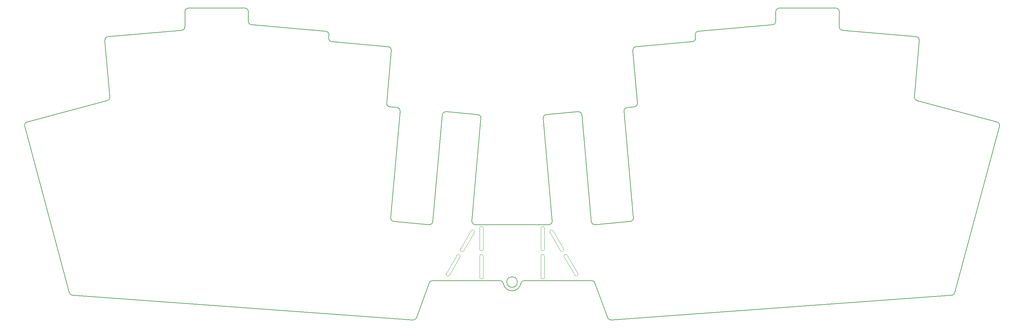
<source format=gbr>
%TF.GenerationSoftware,KiCad,Pcbnew,(5.1.9)-1*%
%TF.CreationDate,2021-06-30T20:34:52+02:00*%
%TF.ProjectId,dosidicus_gigas,646f7369-6469-4637-9573-5f6769676173,VERSION_HERE*%
%TF.SameCoordinates,Original*%
%TF.FileFunction,Profile,NP*%
%FSLAX46Y46*%
G04 Gerber Fmt 4.6, Leading zero omitted, Abs format (unit mm)*
G04 Created by KiCad (PCBNEW (5.1.9)-1) date 2021-06-30 20:34:52*
%MOMM*%
%LPD*%
G01*
G04 APERTURE LIST*
%TA.AperFunction,Profile*%
%ADD10C,0.150000*%
%TD*%
%TA.AperFunction,Profile*%
%ADD11C,0.120000*%
%TD*%
G04 APERTURE END LIST*
D10*
X-5834247Y37177289D02*
X6847887Y-10153076D01*
X7566314Y-10863144D02*
G75*
G02*
X6847887Y-10153076I247498J968887D01*
G01*
X7838045Y-10893963D02*
G75*
G02*
X7645471Y-10879986I-24233J999706D01*
G01*
X-5127140Y38402034D02*
X17587531Y44488412D01*
X-5834247Y37177289D02*
G75*
G02*
X-5127140Y38402034I965926J258819D01*
G01*
X16922378Y61572470D02*
X18324907Y45541493D01*
X17831417Y62655821D02*
X38711519Y64482593D01*
X16922377Y61572471D02*
G75*
G02*
X17831417Y62655821I996195J87155D01*
G01*
X57624363Y67040234D02*
X57624363Y69793388D01*
X56624363Y70793388D02*
G75*
G02*
X57624363Y69793388I0J-1000000D01*
G01*
X56624363Y70793388D02*
X40624363Y70793388D01*
X39624363Y69793388D02*
G75*
G02*
X40624363Y70793388I1000000J0D01*
G01*
X39624363Y69793388D02*
X39624363Y65478787D01*
X80416097Y62289548D02*
X80488727Y63119710D01*
X79579688Y64203061D02*
G75*
G02*
X80488727Y63119710I-87156J-996195D01*
G01*
X58537207Y66044039D02*
X79579688Y64203060D01*
X121038800Y10292080D02*
X123588899Y39439840D01*
X97774992Y42702084D02*
X99767382Y42527773D01*
X113714108Y41307592D02*
X122679860Y40523191D01*
X96865953Y43785435D02*
X98173290Y58728355D01*
X97264251Y59811706D02*
G75*
G02*
X98173290Y58728355I-87156J-996195D01*
G01*
X81325136Y61206197D02*
X97264251Y59811705D01*
X104501780Y-17910114D02*
G75*
G02*
X104136564Y-17883606I-111439J993770D01*
G01*
X105330034Y-17258364D02*
G75*
G02*
X104549721Y-17903561I-939693J342020D01*
G01*
X105330034Y-17258364D02*
X108921035Y-7392171D01*
X142840908Y9204925D02*
X122034995Y9204925D01*
X109860727Y-6734191D02*
X128990060Y-6734191D01*
X135885843Y-6734191D02*
X155015176Y-6734191D01*
X257230432Y-10879986D02*
G75*
G02*
X257037858Y-10893963I-168342J985729D01*
G01*
X258028016Y-10153076D02*
G75*
G02*
X257309589Y-10863145I-965926J258819D01*
G01*
X258028016Y-10153076D02*
X270710149Y37177289D01*
X270003043Y38402033D02*
G75*
G02*
X270710149Y37177289I-258819J-965925D01*
G01*
X247288372Y44488412D02*
X270003043Y38402034D01*
X246550996Y45541493D02*
X247953525Y61572470D01*
X247044486Y62655821D02*
G75*
G02*
X247953525Y61572470I-87156J-996195D01*
G01*
X226164384Y64482593D02*
X247044486Y62655821D01*
X225251540Y65478787D02*
X225251540Y69793388D01*
X224251540Y70793388D02*
G75*
G02*
X225251540Y69793388I0J-1000000D01*
G01*
X224251540Y70793388D02*
X208251540Y70793388D01*
X207251540Y69793388D02*
G75*
G02*
X208251540Y70793388I1000000J0D01*
G01*
X207251540Y69793388D02*
X207251540Y67040234D01*
X185296215Y64203060D02*
X206338695Y66044039D01*
X184387177Y63119710D02*
G75*
G02*
X185296215Y64203060I996194J87156D01*
G01*
X184387176Y63119710D02*
X184459806Y62289548D01*
X141287004Y39439840D02*
X143837102Y10292080D01*
X142196043Y40523191D02*
X151161795Y41307592D01*
X165108521Y42527773D02*
X167100910Y42702084D01*
X167611652Y59811705D02*
X183550767Y61206197D01*
X166702614Y58728355D02*
G75*
G02*
X167611652Y59811705I996194J87156D01*
G01*
X166702613Y58728355D02*
X168009949Y43785435D01*
X155954868Y-7392171D02*
X159545869Y-17258364D01*
X160326182Y-17903561D02*
G75*
G02*
X159545869Y-17258364I159380J987217D01*
G01*
X160739339Y-17883607D02*
G75*
G02*
X160374122Y-17910115I-253777J967263D01*
G01*
X100676421Y41444422D02*
X98026886Y11160103D01*
X98935925Y10076753D02*
X108897872Y9205195D01*
X109981223Y10114234D02*
X112630757Y40398553D01*
X164199482Y41444422D02*
X166849016Y11160103D01*
X165939977Y10076753D02*
X155978031Y9205195D01*
X154894680Y10114234D02*
X152245146Y40398553D01*
X104559210Y-17914283D02*
X104501781Y-17910115D01*
X7645471Y-10879986D02*
X7558610Y-10873681D01*
X104136564Y-17883606D02*
X7838045Y-10893963D01*
X7558610Y-10873681D02*
X7566314Y-10863145D01*
X104549721Y-17903561D02*
X104559210Y-17914283D01*
X160316693Y-17914283D02*
X160374122Y-17910115D01*
X257230432Y-10879986D02*
X257317293Y-10873681D01*
X160739339Y-17883606D02*
X257037858Y-10893963D01*
X257317293Y-10873681D02*
X257309589Y-10863145D01*
X160326181Y-17903561D02*
X160316693Y-17914283D01*
X134900730Y-7562276D02*
G75*
G02*
X129975172Y-7562276I-2462779J429788D01*
G01*
X133937951Y-7132488D02*
G75*
G03*
X133937951Y-7132488I-1500000J0D01*
G01*
X108921034Y-7392171D02*
G75*
G02*
X109860727Y-6734191I939693J-342020D01*
G01*
X128990060Y-6734191D02*
G75*
G02*
X129975172Y-7562276I0J-1000000D01*
G01*
X134900731Y-7562276D02*
G75*
G02*
X135885843Y-6734191I985112J-171915D01*
G01*
X155015176Y-6734192D02*
G75*
G02*
X155954868Y-7392171I0J-999999D01*
G01*
X247288373Y44488412D02*
G75*
G02*
X246550996Y45541493I258818J965926D01*
G01*
X226164384Y64482592D02*
G75*
G02*
X225251540Y65478787I87156J996195D01*
G01*
X207251540Y67040233D02*
G75*
G02*
X206338695Y66044039I-1000000J1D01*
G01*
X184459806Y62289548D02*
G75*
G02*
X183550767Y61206197I-996195J-87156D01*
G01*
X168009950Y43785434D02*
G75*
G02*
X167100910Y42702084I-996195J-87155D01*
G01*
X164199482Y41444422D02*
G75*
G02*
X165108521Y42527773I996195J87156D01*
G01*
X166849017Y11160103D02*
G75*
G02*
X165939977Y10076753I-996195J-87155D01*
G01*
X155978031Y9205195D02*
G75*
G02*
X154894680Y10114234I-87156J996195D01*
G01*
X151161796Y41307593D02*
G75*
G02*
X152245146Y40398553I87155J-996195D01*
G01*
X141287004Y39439840D02*
G75*
G02*
X142196043Y40523191I996195J87156D01*
G01*
X143837103Y10292080D02*
G75*
G02*
X142840908Y9204924I-996195J-87156D01*
G01*
X122034996Y9204925D02*
G75*
G02*
X121038800Y10292080I-1J1000000D01*
G01*
X122679860Y40523191D02*
G75*
G02*
X123588899Y39439840I-87156J-996195D01*
G01*
X112630758Y40398554D02*
G75*
G02*
X113714108Y41307592I996194J-87156D01*
G01*
X109981223Y10114234D02*
G75*
G02*
X108897872Y9205195I-996195J87156D01*
G01*
X98935926Y10076753D02*
G75*
G02*
X98026886Y11160103I87155J996195D01*
G01*
X99767382Y42527773D02*
G75*
G02*
X100676421Y41444422I-87156J-996195D01*
G01*
X97774992Y42702084D02*
G75*
G02*
X96865953Y43785435I87156J996195D01*
G01*
X81325135Y61206198D02*
G75*
G02*
X80416097Y62289548I87156J996194D01*
G01*
X58537207Y66044039D02*
G75*
G02*
X57624363Y67040234I87156J996195D01*
G01*
X39624362Y65478787D02*
G75*
G02*
X38711519Y64482593I-999999J0D01*
G01*
X18324907Y45541494D02*
G75*
G02*
X17587531Y44488412I-996195J-87156D01*
G01*
D11*
%TO.C,H1*%
X120805203Y7442778D02*
X117805203Y2246625D01*
X121671229Y6942778D02*
X118671229Y1746625D01*
X116805203Y514575D02*
X113805203Y-4681578D01*
X117671229Y14575D02*
X114671229Y-5181578D01*
X118671229Y1746625D02*
G75*
G02*
X117805203Y2246625I-433013J250000D01*
G01*
X120805203Y7442778D02*
G75*
G02*
X121671229Y6942778I433013J-250000D01*
G01*
X117671229Y14575D02*
G75*
G03*
X116805203Y514575I-433013J250000D01*
G01*
X113805203Y-4681578D02*
G75*
G03*
X114671229Y-5181578I433013J-250000D01*
G01*
%TO.C,H2*%
X123246000Y8214200D02*
X123246000Y2214200D01*
X124246000Y8214200D02*
X124246000Y2214200D01*
X123246000Y214200D02*
X123246000Y-5785800D01*
X124246000Y214200D02*
X124246000Y-5785800D01*
X124246000Y2214200D02*
G75*
G02*
X123246000Y2214200I-500000J0D01*
G01*
X123246000Y8214200D02*
G75*
G02*
X124246000Y8214200I500000J0D01*
G01*
X124246000Y214200D02*
G75*
G03*
X123246000Y214200I-500000J0D01*
G01*
X123246000Y-5785800D02*
G75*
G03*
X124246000Y-5785800I500000J0D01*
G01*
%TO.C,H3*%
X144069797Y7442778D02*
X147069797Y2246625D01*
X143203771Y6942778D02*
X146203771Y1746625D01*
X148069797Y514575D02*
X151069797Y-4681578D01*
X147203771Y14575D02*
X150203771Y-5181578D01*
X146203771Y1746625D02*
G75*
G03*
X147069797Y2246625I433013J250000D01*
G01*
X144069797Y7442778D02*
G75*
G03*
X143203771Y6942778I-433013J-250000D01*
G01*
X147203771Y14575D02*
G75*
G02*
X148069797Y514575I433013J250000D01*
G01*
X151069797Y-4681578D02*
G75*
G02*
X150203771Y-5181578I-433013J-250000D01*
G01*
%TO.C,H4*%
X141630000Y8214200D02*
X141630000Y2214200D01*
X140630000Y8214200D02*
X140630000Y2214200D01*
X141630000Y214200D02*
X141630000Y-5785800D01*
X140630000Y214200D02*
X140630000Y-5785800D01*
X140630000Y2214200D02*
G75*
G03*
X141630000Y2214200I500000J0D01*
G01*
X141630000Y8214200D02*
G75*
G03*
X140630000Y8214200I-500000J0D01*
G01*
X140630000Y214200D02*
G75*
G02*
X141630000Y214200I500000J0D01*
G01*
X141630000Y-5785800D02*
G75*
G02*
X140630000Y-5785800I-500000J0D01*
G01*
%TD*%
M02*

</source>
